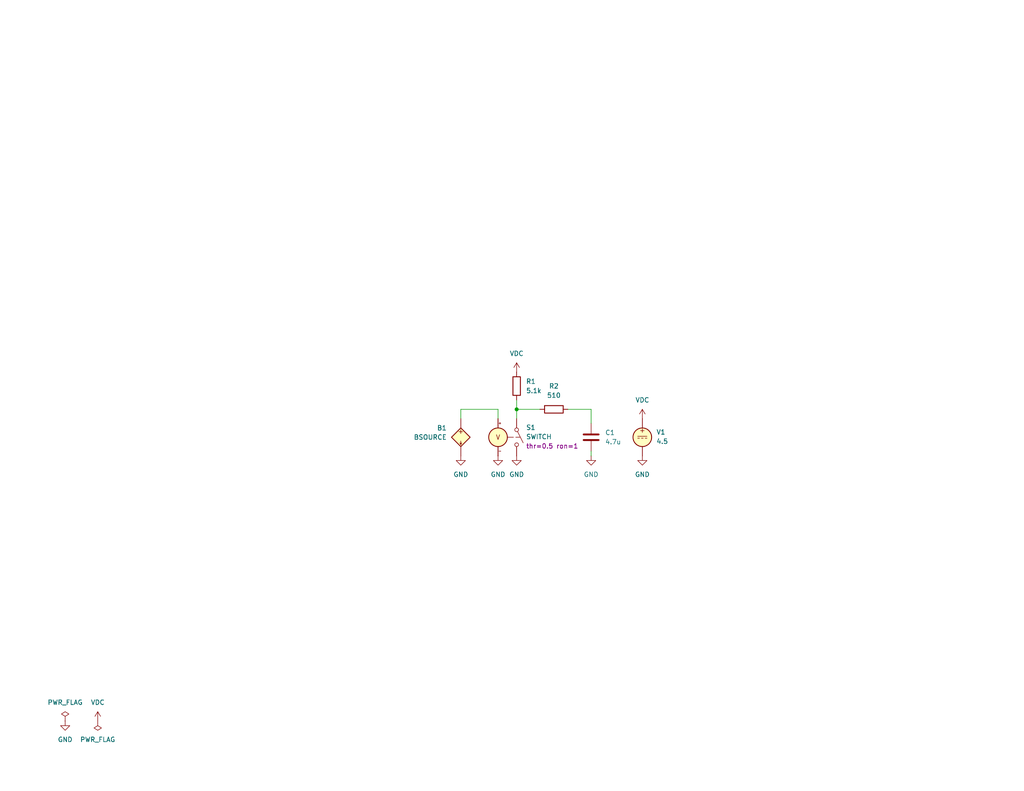
<source format=kicad_sch>
(kicad_sch
	(version 20250114)
	(generator "eeschema")
	(generator_version "9.0")
	(uuid "aacf627e-a839-4e24-94d5-218324414be7")
	(paper "USLetter")
	(title_block
		(title "SW Simulation")
		(date "2025-04-01")
		(rev "1")
	)
	(lib_symbols
		(symbol "Device:C"
			(pin_numbers
				(hide yes)
			)
			(pin_names
				(offset 0.254)
			)
			(exclude_from_sim no)
			(in_bom yes)
			(on_board yes)
			(property "Reference" "C"
				(at 0.635 2.54 0)
				(effects
					(font
						(size 1.27 1.27)
					)
					(justify left)
				)
			)
			(property "Value" "C"
				(at 0.635 -2.54 0)
				(effects
					(font
						(size 1.27 1.27)
					)
					(justify left)
				)
			)
			(property "Footprint" ""
				(at 0.9652 -3.81 0)
				(effects
					(font
						(size 1.27 1.27)
					)
					(hide yes)
				)
			)
			(property "Datasheet" "~"
				(at 0 0 0)
				(effects
					(font
						(size 1.27 1.27)
					)
					(hide yes)
				)
			)
			(property "Description" "Unpolarized capacitor"
				(at 0 0 0)
				(effects
					(font
						(size 1.27 1.27)
					)
					(hide yes)
				)
			)
			(property "ki_keywords" "cap capacitor"
				(at 0 0 0)
				(effects
					(font
						(size 1.27 1.27)
					)
					(hide yes)
				)
			)
			(property "ki_fp_filters" "C_*"
				(at 0 0 0)
				(effects
					(font
						(size 1.27 1.27)
					)
					(hide yes)
				)
			)
			(symbol "C_0_1"
				(polyline
					(pts
						(xy -2.032 0.762) (xy 2.032 0.762)
					)
					(stroke
						(width 0.508)
						(type default)
					)
					(fill
						(type none)
					)
				)
				(polyline
					(pts
						(xy -2.032 -0.762) (xy 2.032 -0.762)
					)
					(stroke
						(width 0.508)
						(type default)
					)
					(fill
						(type none)
					)
				)
			)
			(symbol "C_1_1"
				(pin passive line
					(at 0 3.81 270)
					(length 2.794)
					(name "~"
						(effects
							(font
								(size 1.27 1.27)
							)
						)
					)
					(number "1"
						(effects
							(font
								(size 1.27 1.27)
							)
						)
					)
				)
				(pin passive line
					(at 0 -3.81 90)
					(length 2.794)
					(name "~"
						(effects
							(font
								(size 1.27 1.27)
							)
						)
					)
					(number "2"
						(effects
							(font
								(size 1.27 1.27)
							)
						)
					)
				)
			)
			(embedded_fonts no)
		)
		(symbol "Device:R"
			(pin_numbers
				(hide yes)
			)
			(pin_names
				(offset 0)
			)
			(exclude_from_sim no)
			(in_bom yes)
			(on_board yes)
			(property "Reference" "R"
				(at 2.032 0 90)
				(effects
					(font
						(size 1.27 1.27)
					)
				)
			)
			(property "Value" "R"
				(at 0 0 90)
				(effects
					(font
						(size 1.27 1.27)
					)
				)
			)
			(property "Footprint" ""
				(at -1.778 0 90)
				(effects
					(font
						(size 1.27 1.27)
					)
					(hide yes)
				)
			)
			(property "Datasheet" "~"
				(at 0 0 0)
				(effects
					(font
						(size 1.27 1.27)
					)
					(hide yes)
				)
			)
			(property "Description" "Resistor"
				(at 0 0 0)
				(effects
					(font
						(size 1.27 1.27)
					)
					(hide yes)
				)
			)
			(property "ki_keywords" "R res resistor"
				(at 0 0 0)
				(effects
					(font
						(size 1.27 1.27)
					)
					(hide yes)
				)
			)
			(property "ki_fp_filters" "R_*"
				(at 0 0 0)
				(effects
					(font
						(size 1.27 1.27)
					)
					(hide yes)
				)
			)
			(symbol "R_0_1"
				(rectangle
					(start -1.016 -2.54)
					(end 1.016 2.54)
					(stroke
						(width 0.254)
						(type default)
					)
					(fill
						(type none)
					)
				)
			)
			(symbol "R_1_1"
				(pin passive line
					(at 0 3.81 270)
					(length 1.27)
					(name "~"
						(effects
							(font
								(size 1.27 1.27)
							)
						)
					)
					(number "1"
						(effects
							(font
								(size 1.27 1.27)
							)
						)
					)
				)
				(pin passive line
					(at 0 -3.81 90)
					(length 1.27)
					(name "~"
						(effects
							(font
								(size 1.27 1.27)
							)
						)
					)
					(number "2"
						(effects
							(font
								(size 1.27 1.27)
							)
						)
					)
				)
			)
			(embedded_fonts no)
		)
		(symbol "Simulation_SPICE:BSOURCE"
			(pin_numbers
				(hide yes)
			)
			(pin_names
				(offset 1.016)
				(hide yes)
			)
			(exclude_from_sim no)
			(in_bom yes)
			(on_board yes)
			(property "Reference" "B"
				(at 2.54 2.54 0)
				(effects
					(font
						(size 1.27 1.27)
					)
					(justify left)
				)
			)
			(property "Value" "BSOURCE"
				(at 2.54 0 0)
				(effects
					(font
						(size 1.27 1.27)
					)
					(justify left)
				)
			)
			(property "Footprint" ""
				(at 0 0 0)
				(effects
					(font
						(size 1.27 1.27)
					)
					(hide yes)
				)
			)
			(property "Datasheet" "https://ngspice.sourceforge.io/docs/ngspice-html-manual/manual.xhtml#sec_Non_linear_Dependent_Sources"
				(at 0 -16.51 0)
				(effects
					(font
						(size 1.27 1.27)
					)
					(hide yes)
				)
			)
			(property "Description" "Arbitrary behavioral voltage or current source for simulation only"
				(at 0 0 0)
				(effects
					(font
						(size 1.27 1.27)
					)
					(hide yes)
				)
			)
			(property "Sim.Device" "SPICE"
				(at 0 0 0)
				(effects
					(font
						(size 1.27 1.27)
					)
					(hide yes)
				)
			)
			(property "Sim.Params" "type=\"B\" model=\"v=1\""
				(at 2.54 -2.54 0)
				(effects
					(font
						(size 1.27 1.27)
					)
					(justify left)
				)
			)
			(property "ki_keywords" "simulation dependent"
				(at 0 0 0)
				(effects
					(font
						(size 1.27 1.27)
					)
					(hide yes)
				)
			)
			(symbol "BSOURCE_0_1"
				(polyline
					(pts
						(xy 0 2.54) (xy -2.54 0) (xy 0 -2.54) (xy 2.54 0) (xy 0 2.54)
					)
					(stroke
						(width 0.254)
						(type default)
					)
					(fill
						(type background)
					)
				)
				(polyline
					(pts
						(xy 0 -1.016) (xy 0 -2.032)
					)
					(stroke
						(width 0)
						(type default)
					)
					(fill
						(type none)
					)
				)
				(polyline
					(pts
						(xy 0.254 -1.524) (xy 0 -2.032) (xy -0.254 -1.524)
					)
					(stroke
						(width 0)
						(type default)
					)
					(fill
						(type none)
					)
				)
			)
			(symbol "BSOURCE_1_1"
				(polyline
					(pts
						(xy -0.508 1.524) (xy 0.508 1.524)
					)
					(stroke
						(width 0)
						(type default)
					)
					(fill
						(type none)
					)
				)
				(polyline
					(pts
						(xy 0 1.016) (xy 0 2.032)
					)
					(stroke
						(width 0)
						(type default)
					)
					(fill
						(type none)
					)
				)
				(pin passive line
					(at 0 5.08 270)
					(length 2.54)
					(name "N+"
						(effects
							(font
								(size 1.27 1.27)
							)
						)
					)
					(number "1"
						(effects
							(font
								(size 1.27 1.27)
							)
						)
					)
				)
				(pin passive line
					(at 0 -5.08 90)
					(length 2.54)
					(name "N-"
						(effects
							(font
								(size 1.27 1.27)
							)
						)
					)
					(number "2"
						(effects
							(font
								(size 1.27 1.27)
							)
						)
					)
				)
			)
			(embedded_fonts no)
		)
		(symbol "Simulation_SPICE:SWITCH"
			(pin_numbers
				(hide yes)
			)
			(pin_names
				(offset 1.016)
				(hide yes)
			)
			(exclude_from_sim no)
			(in_bom yes)
			(on_board yes)
			(property "Reference" "S"
				(at 2.54 2.54 0)
				(effects
					(font
						(size 1.27 1.27)
					)
					(justify left)
				)
			)
			(property "Value" "SWITCH"
				(at 2.54 0 0)
				(effects
					(font
						(size 1.27 1.27)
					)
					(justify left)
				)
			)
			(property "Footprint" ""
				(at 0 0 0)
				(effects
					(font
						(size 1.27 1.27)
					)
					(hide yes)
				)
			)
			(property "Datasheet" "https://ngspice.sourceforge.io/docs/ngspice-html-manual/manual.xhtml#subsec_Switches"
				(at 0 16.51 0)
				(effects
					(font
						(size 1.27 1.27)
					)
					(hide yes)
				)
			)
			(property "Description" "Voltage controlled switch symbol for simulation only"
				(at 0 0 0)
				(effects
					(font
						(size 1.27 1.27)
					)
					(hide yes)
				)
			)
			(property "Sim.Device" "SW"
				(at 0 0 0)
				(effects
					(font
						(size 1.27 1.27)
					)
					(hide yes)
				)
			)
			(property "Sim.Type" "V"
				(at 0 0 0)
				(effects
					(font
						(size 1.27 1.27)
					)
					(hide yes)
				)
			)
			(property "Sim.Params" "thr=0 ron=1"
				(at 2.54 -2.54 0)
				(effects
					(font
						(size 1.27 1.27)
					)
					(justify left)
				)
			)
			(property "Sim.Pins" "1=no+ 2=no- 3=ctrl+ 4=ctrl-"
				(at 0 13.97 0)
				(effects
					(font
						(size 1.27 1.27)
					)
					(hide yes)
				)
			)
			(property "ki_keywords" "simulation"
				(at 0 0 0)
				(effects
					(font
						(size 1.27 1.27)
					)
					(hide yes)
				)
			)
			(symbol "SWITCH_0_1"
				(circle
					(center 0 2.032)
					(radius 0.508)
					(stroke
						(width 0)
						(type default)
					)
					(fill
						(type none)
					)
				)
				(circle
					(center 0 -2.032)
					(radius 0.508)
					(stroke
						(width 0)
						(type default)
					)
					(fill
						(type none)
					)
				)
				(polyline
					(pts
						(xy 0.254 1.524) (xy 1.778 -1.524)
					)
					(stroke
						(width 0)
						(type default)
					)
					(fill
						(type none)
					)
				)
			)
			(symbol "SWITCH_1_1"
				(circle
					(center -5.08 0)
					(radius 2.54)
					(stroke
						(width 0.254)
						(type default)
					)
					(fill
						(type background)
					)
				)
				(polyline
					(pts
						(xy -4.826 3.81) (xy -4.318 3.81)
					)
					(stroke
						(width 0)
						(type default)
					)
					(fill
						(type none)
					)
				)
				(polyline
					(pts
						(xy -4.826 -3.81) (xy -4.318 -3.81)
					)
					(stroke
						(width 0)
						(type default)
					)
					(fill
						(type none)
					)
				)
				(polyline
					(pts
						(xy -4.572 4.064) (xy -4.572 3.556)
					)
					(stroke
						(width 0)
						(type default)
					)
					(fill
						(type none)
					)
				)
				(polyline
					(pts
						(xy -2.54 0) (xy 0.889 0)
					)
					(stroke
						(width 0)
						(type dash)
					)
					(fill
						(type none)
					)
				)
				(text "V"
					(at -5.08 0 0)
					(effects
						(font
							(size 1.27 1.27)
						)
					)
				)
				(pin input line
					(at -5.08 5.08 270)
					(length 2.54)
					(name "C+"
						(effects
							(font
								(size 1.27 1.27)
							)
						)
					)
					(number "3"
						(effects
							(font
								(size 1.27 1.27)
							)
						)
					)
				)
				(pin input line
					(at -5.08 -5.08 90)
					(length 2.54)
					(name "C-"
						(effects
							(font
								(size 1.27 1.27)
							)
						)
					)
					(number "4"
						(effects
							(font
								(size 1.27 1.27)
							)
						)
					)
				)
				(pin passive line
					(at 0 5.08 270)
					(length 2.54)
					(name "N+"
						(effects
							(font
								(size 1.27 1.27)
							)
						)
					)
					(number "1"
						(effects
							(font
								(size 1.27 1.27)
							)
						)
					)
				)
				(pin passive line
					(at 0 -5.08 90)
					(length 2.54)
					(name "N-"
						(effects
							(font
								(size 1.27 1.27)
							)
						)
					)
					(number "2"
						(effects
							(font
								(size 1.27 1.27)
							)
						)
					)
				)
			)
			(embedded_fonts no)
		)
		(symbol "Simulation_SPICE:VDC"
			(pin_numbers
				(hide yes)
			)
			(pin_names
				(offset 0.0254)
			)
			(exclude_from_sim no)
			(in_bom yes)
			(on_board yes)
			(property "Reference" "V"
				(at 2.54 2.54 0)
				(effects
					(font
						(size 1.27 1.27)
					)
					(justify left)
				)
			)
			(property "Value" "1"
				(at 2.54 0 0)
				(effects
					(font
						(size 1.27 1.27)
					)
					(justify left)
				)
			)
			(property "Footprint" ""
				(at 0 0 0)
				(effects
					(font
						(size 1.27 1.27)
					)
					(hide yes)
				)
			)
			(property "Datasheet" "https://ngspice.sourceforge.io/docs/ngspice-html-manual/manual.xhtml#sec_Independent_Sources_for"
				(at 0 0 0)
				(effects
					(font
						(size 1.27 1.27)
					)
					(hide yes)
				)
			)
			(property "Description" "Voltage source, DC"
				(at 0 0 0)
				(effects
					(font
						(size 1.27 1.27)
					)
					(hide yes)
				)
			)
			(property "Sim.Pins" "1=+ 2=-"
				(at 0 0 0)
				(effects
					(font
						(size 1.27 1.27)
					)
					(hide yes)
				)
			)
			(property "Sim.Type" "DC"
				(at 0 0 0)
				(effects
					(font
						(size 1.27 1.27)
					)
					(hide yes)
				)
			)
			(property "Sim.Device" "V"
				(at 0 0 0)
				(effects
					(font
						(size 1.27 1.27)
					)
					(justify left)
					(hide yes)
				)
			)
			(property "ki_keywords" "simulation"
				(at 0 0 0)
				(effects
					(font
						(size 1.27 1.27)
					)
					(hide yes)
				)
			)
			(symbol "VDC_0_0"
				(polyline
					(pts
						(xy -1.27 0.254) (xy 1.27 0.254)
					)
					(stroke
						(width 0)
						(type default)
					)
					(fill
						(type none)
					)
				)
				(polyline
					(pts
						(xy -0.762 -0.254) (xy -1.27 -0.254)
					)
					(stroke
						(width 0)
						(type default)
					)
					(fill
						(type none)
					)
				)
				(polyline
					(pts
						(xy 0.254 -0.254) (xy -0.254 -0.254)
					)
					(stroke
						(width 0)
						(type default)
					)
					(fill
						(type none)
					)
				)
				(polyline
					(pts
						(xy 1.27 -0.254) (xy 0.762 -0.254)
					)
					(stroke
						(width 0)
						(type default)
					)
					(fill
						(type none)
					)
				)
				(text "+"
					(at 0 1.905 0)
					(effects
						(font
							(size 1.27 1.27)
						)
					)
				)
			)
			(symbol "VDC_0_1"
				(circle
					(center 0 0)
					(radius 2.54)
					(stroke
						(width 0.254)
						(type default)
					)
					(fill
						(type background)
					)
				)
			)
			(symbol "VDC_1_1"
				(pin passive line
					(at 0 5.08 270)
					(length 2.54)
					(name "~"
						(effects
							(font
								(size 1.27 1.27)
							)
						)
					)
					(number "1"
						(effects
							(font
								(size 1.27 1.27)
							)
						)
					)
				)
				(pin passive line
					(at 0 -5.08 90)
					(length 2.54)
					(name "~"
						(effects
							(font
								(size 1.27 1.27)
							)
						)
					)
					(number "2"
						(effects
							(font
								(size 1.27 1.27)
							)
						)
					)
				)
			)
			(embedded_fonts no)
		)
		(symbol "power:GND"
			(power)
			(pin_numbers
				(hide yes)
			)
			(pin_names
				(offset 0)
				(hide yes)
			)
			(exclude_from_sim no)
			(in_bom yes)
			(on_board yes)
			(property "Reference" "#PWR"
				(at 0 -6.35 0)
				(effects
					(font
						(size 1.27 1.27)
					)
					(hide yes)
				)
			)
			(property "Value" "GND"
				(at 0 -3.81 0)
				(effects
					(font
						(size 1.27 1.27)
					)
				)
			)
			(property "Footprint" ""
				(at 0 0 0)
				(effects
					(font
						(size 1.27 1.27)
					)
					(hide yes)
				)
			)
			(property "Datasheet" ""
				(at 0 0 0)
				(effects
					(font
						(size 1.27 1.27)
					)
					(hide yes)
				)
			)
			(property "Description" "Power symbol creates a global label with name \"GND\" , ground"
				(at 0 0 0)
				(effects
					(font
						(size 1.27 1.27)
					)
					(hide yes)
				)
			)
			(property "ki_keywords" "global power"
				(at 0 0 0)
				(effects
					(font
						(size 1.27 1.27)
					)
					(hide yes)
				)
			)
			(symbol "GND_0_1"
				(polyline
					(pts
						(xy 0 0) (xy 0 -1.27) (xy 1.27 -1.27) (xy 0 -2.54) (xy -1.27 -1.27) (xy 0 -1.27)
					)
					(stroke
						(width 0)
						(type default)
					)
					(fill
						(type none)
					)
				)
			)
			(symbol "GND_1_1"
				(pin power_in line
					(at 0 0 270)
					(length 0)
					(name "~"
						(effects
							(font
								(size 1.27 1.27)
							)
						)
					)
					(number "1"
						(effects
							(font
								(size 1.27 1.27)
							)
						)
					)
				)
			)
			(embedded_fonts no)
		)
		(symbol "power:PWR_FLAG"
			(power)
			(pin_numbers
				(hide yes)
			)
			(pin_names
				(offset 0)
				(hide yes)
			)
			(exclude_from_sim no)
			(in_bom yes)
			(on_board yes)
			(property "Reference" "#FLG"
				(at 0 1.905 0)
				(effects
					(font
						(size 1.27 1.27)
					)
					(hide yes)
				)
			)
			(property "Value" "PWR_FLAG"
				(at 0 3.81 0)
				(effects
					(font
						(size 1.27 1.27)
					)
				)
			)
			(property "Footprint" ""
				(at 0 0 0)
				(effects
					(font
						(size 1.27 1.27)
					)
					(hide yes)
				)
			)
			(property "Datasheet" "~"
				(at 0 0 0)
				(effects
					(font
						(size 1.27 1.27)
					)
					(hide yes)
				)
			)
			(property "Description" "Special symbol for telling ERC where power comes from"
				(at 0 0 0)
				(effects
					(font
						(size 1.27 1.27)
					)
					(hide yes)
				)
			)
			(property "ki_keywords" "flag power"
				(at 0 0 0)
				(effects
					(font
						(size 1.27 1.27)
					)
					(hide yes)
				)
			)
			(symbol "PWR_FLAG_0_0"
				(pin power_out line
					(at 0 0 90)
					(length 0)
					(name "~"
						(effects
							(font
								(size 1.27 1.27)
							)
						)
					)
					(number "1"
						(effects
							(font
								(size 1.27 1.27)
							)
						)
					)
				)
			)
			(symbol "PWR_FLAG_0_1"
				(polyline
					(pts
						(xy 0 0) (xy 0 1.27) (xy -1.016 1.905) (xy 0 2.54) (xy 1.016 1.905) (xy 0 1.27)
					)
					(stroke
						(width 0)
						(type default)
					)
					(fill
						(type none)
					)
				)
			)
			(embedded_fonts no)
		)
		(symbol "power:VDC"
			(power)
			(pin_numbers
				(hide yes)
			)
			(pin_names
				(offset 0)
				(hide yes)
			)
			(exclude_from_sim no)
			(in_bom yes)
			(on_board yes)
			(property "Reference" "#PWR"
				(at 0 -3.81 0)
				(effects
					(font
						(size 1.27 1.27)
					)
					(hide yes)
				)
			)
			(property "Value" "VDC"
				(at 0 3.556 0)
				(effects
					(font
						(size 1.27 1.27)
					)
				)
			)
			(property "Footprint" ""
				(at 0 0 0)
				(effects
					(font
						(size 1.27 1.27)
					)
					(hide yes)
				)
			)
			(property "Datasheet" ""
				(at 0 0 0)
				(effects
					(font
						(size 1.27 1.27)
					)
					(hide yes)
				)
			)
			(property "Description" "Power symbol creates a global label with name \"VDC\""
				(at 0 0 0)
				(effects
					(font
						(size 1.27 1.27)
					)
					(hide yes)
				)
			)
			(property "ki_keywords" "global power"
				(at 0 0 0)
				(effects
					(font
						(size 1.27 1.27)
					)
					(hide yes)
				)
			)
			(symbol "VDC_0_1"
				(polyline
					(pts
						(xy -0.762 1.27) (xy 0 2.54)
					)
					(stroke
						(width 0)
						(type default)
					)
					(fill
						(type none)
					)
				)
				(polyline
					(pts
						(xy 0 2.54) (xy 0.762 1.27)
					)
					(stroke
						(width 0)
						(type default)
					)
					(fill
						(type none)
					)
				)
				(polyline
					(pts
						(xy 0 0) (xy 0 2.54)
					)
					(stroke
						(width 0)
						(type default)
					)
					(fill
						(type none)
					)
				)
			)
			(symbol "VDC_1_1"
				(pin power_in line
					(at 0 0 90)
					(length 0)
					(name "~"
						(effects
							(font
								(size 1.27 1.27)
							)
						)
					)
					(number "1"
						(effects
							(font
								(size 1.27 1.27)
							)
						)
					)
				)
			)
			(embedded_fonts no)
		)
	)
	(junction
		(at 140.97 111.76)
		(diameter 0)
		(color 0 0 0 0)
		(uuid "95fe854d-b887-4216-9ea1-0b3e6b71a405")
	)
	(wire
		(pts
			(xy 140.97 109.22) (xy 140.97 111.76)
		)
		(stroke
			(width 0)
			(type default)
		)
		(uuid "1f3dd580-43d4-41e7-bf37-3ffc88113aeb")
	)
	(wire
		(pts
			(xy 125.73 114.3) (xy 125.73 111.76)
		)
		(stroke
			(width 0)
			(type default)
		)
		(uuid "22df1d1c-b6d8-4657-b8be-2b8bd5f3dd25")
	)
	(wire
		(pts
			(xy 161.29 111.76) (xy 161.29 115.57)
		)
		(stroke
			(width 0)
			(type default)
		)
		(uuid "33c4927f-2b8d-4ce1-b33e-75be67d64799")
	)
	(wire
		(pts
			(xy 140.97 111.76) (xy 140.97 114.3)
		)
		(stroke
			(width 0)
			(type default)
		)
		(uuid "6dc37367-a2f7-4523-b0d8-7640c7a884ed")
	)
	(wire
		(pts
			(xy 125.73 111.76) (xy 135.89 111.76)
		)
		(stroke
			(width 0)
			(type default)
		)
		(uuid "86b7ead6-1172-462a-9255-418d5b5222c0")
	)
	(wire
		(pts
			(xy 161.29 124.46) (xy 161.29 123.19)
		)
		(stroke
			(width 0)
			(type default)
		)
		(uuid "93169af9-8f31-4e91-8e14-8f3b23fd2e18")
	)
	(wire
		(pts
			(xy 135.89 111.76) (xy 135.89 114.3)
		)
		(stroke
			(width 0)
			(type default)
		)
		(uuid "ab8a04f8-ccdd-4808-8ba0-634eb621e663")
	)
	(wire
		(pts
			(xy 154.94 111.76) (xy 161.29 111.76)
		)
		(stroke
			(width 0)
			(type default)
		)
		(uuid "b46d1168-b399-4292-a743-e8cb9bbfedef")
	)
	(wire
		(pts
			(xy 140.97 111.76) (xy 147.32 111.76)
		)
		(stroke
			(width 0)
			(type default)
		)
		(uuid "c3aede4f-d8aa-4e53-b36d-b9b7a947cdc4")
	)
	(symbol
		(lib_id "power:GND")
		(at 125.73 124.46 0)
		(unit 1)
		(exclude_from_sim no)
		(in_bom yes)
		(on_board yes)
		(dnp no)
		(fields_autoplaced yes)
		(uuid "11b90c37-289c-4209-a20e-e159cbe1af32")
		(property "Reference" "#PWR07"
			(at 125.73 130.81 0)
			(effects
				(font
					(size 1.27 1.27)
				)
				(hide yes)
			)
		)
		(property "Value" "GND"
			(at 125.73 129.54 0)
			(effects
				(font
					(size 1.27 1.27)
				)
			)
		)
		(property "Footprint" ""
			(at 125.73 124.46 0)
			(effects
				(font
					(size 1.27 1.27)
				)
				(hide yes)
			)
		)
		(property "Datasheet" ""
			(at 125.73 124.46 0)
			(effects
				(font
					(size 1.27 1.27)
				)
				(hide yes)
			)
		)
		(property "Description" "Power symbol creates a global label with name \"GND\" , ground"
			(at 125.73 124.46 0)
			(effects
				(font
					(size 1.27 1.27)
				)
				(hide yes)
			)
		)
		(pin "1"
			(uuid "aa6b5393-6349-4d2b-8767-be65bd407349")
		)
		(instances
			(project "SW-Sim"
				(path "/aacf627e-a839-4e24-94d5-218324414be7"
					(reference "#PWR07")
					(unit 1)
				)
			)
		)
	)
	(symbol
		(lib_id "power:PWR_FLAG")
		(at 26.67 196.85 180)
		(unit 1)
		(exclude_from_sim no)
		(in_bom yes)
		(on_board yes)
		(dnp no)
		(fields_autoplaced yes)
		(uuid "34891816-48ab-4f76-8d5d-02d08c6d711c")
		(property "Reference" "#FLG02"
			(at 26.67 198.755 0)
			(effects
				(font
					(size 1.27 1.27)
				)
				(hide yes)
			)
		)
		(property "Value" "PWR_FLAG"
			(at 26.67 201.93 0)
			(effects
				(font
					(size 1.27 1.27)
				)
			)
		)
		(property "Footprint" ""
			(at 26.67 196.85 0)
			(effects
				(font
					(size 1.27 1.27)
				)
				(hide yes)
			)
		)
		(property "Datasheet" "~"
			(at 26.67 196.85 0)
			(effects
				(font
					(size 1.27 1.27)
				)
				(hide yes)
			)
		)
		(property "Description" "Special symbol for telling ERC where power comes from"
			(at 26.67 196.85 0)
			(effects
				(font
					(size 1.27 1.27)
				)
				(hide yes)
			)
		)
		(pin "1"
			(uuid "1db006a2-5ff8-4eac-b3d3-da8f38d5d871")
		)
		(instances
			(project "SW-Sim"
				(path "/aacf627e-a839-4e24-94d5-218324414be7"
					(reference "#FLG02")
					(unit 1)
				)
			)
		)
	)
	(symbol
		(lib_id "Simulation_SPICE:BSOURCE")
		(at 125.73 119.38 0)
		(mirror y)
		(unit 1)
		(exclude_from_sim no)
		(in_bom yes)
		(on_board yes)
		(dnp no)
		(uuid "4db9af49-2b84-4963-9451-460ef550fe4a")
		(property "Reference" "B1"
			(at 121.92 116.8399 0)
			(effects
				(font
					(size 1.27 1.27)
				)
				(justify left)
			)
		)
		(property "Value" "BSOURCE"
			(at 121.92 119.3799 0)
			(effects
				(font
					(size 1.27 1.27)
				)
				(justify left)
			)
		)
		(property "Footprint" ""
			(at 125.73 119.38 0)
			(effects
				(font
					(size 1.27 1.27)
				)
				(hide yes)
			)
		)
		(property "Datasheet" "https://ngspice.sourceforge.io/docs/ngspice-html-manual/manual.xhtml#sec_Non_linear_Dependent_Sources"
			(at 125.73 135.89 0)
			(effects
				(font
					(size 1.27 1.27)
				)
				(hide yes)
			)
		)
		(property "Description" "Arbitrary behavioral voltage or current source for simulation only"
			(at 125.73 119.38 0)
			(effects
				(font
					(size 1.27 1.27)
				)
				(hide yes)
			)
		)
		(property "Sim.Device" "SPICE"
			(at 125.73 119.38 0)
			(effects
				(font
					(size 1.27 1.27)
				)
				(hide yes)
			)
		)
		(property "Sim.Params" "type=B model=\"v= (time > 0.01) ? ((time < 0.06) ? 0.5*sin((time-0.01)/(0.06-0.01)*7*pi - pi/2) + 0.5 : ( ( time < 0.26) ? 1 : ((time < 0.31)? 0.5*sin((time-0.26)/(0.31-0.26)*15*pi + pi/2) + 0.5 : 0)) ) : 0\""
			(at 121.92 121.9199 0)
			(effects
				(font
					(size 1.27 1.27)
				)
				(justify left)
				(hide yes)
			)
		)
		(pin "1"
			(uuid "505731ed-7764-4e51-8254-49966020f7ca")
		)
		(pin "2"
			(uuid "a4620c17-43c2-4306-884f-6afbf9f0a134")
		)
		(instances
			(project ""
				(path "/aacf627e-a839-4e24-94d5-218324414be7"
					(reference "B1")
					(unit 1)
				)
			)
		)
	)
	(symbol
		(lib_id "power:VDC")
		(at 140.97 101.6 0)
		(unit 1)
		(exclude_from_sim no)
		(in_bom yes)
		(on_board yes)
		(dnp no)
		(fields_autoplaced yes)
		(uuid "4e159011-7d8b-4cac-b13c-b27a48d7182a")
		(property "Reference" "#PWR03"
			(at 140.97 105.41 0)
			(effects
				(font
					(size 1.27 1.27)
				)
				(hide yes)
			)
		)
		(property "Value" "VDC"
			(at 140.97 96.52 0)
			(effects
				(font
					(size 1.27 1.27)
				)
			)
		)
		(property "Footprint" ""
			(at 140.97 101.6 0)
			(effects
				(font
					(size 1.27 1.27)
				)
				(hide yes)
			)
		)
		(property "Datasheet" ""
			(at 140.97 101.6 0)
			(effects
				(font
					(size 1.27 1.27)
				)
				(hide yes)
			)
		)
		(property "Description" "Power symbol creates a global label with name \"VDC\""
			(at 140.97 101.6 0)
			(effects
				(font
					(size 1.27 1.27)
				)
				(hide yes)
			)
		)
		(pin "1"
			(uuid "330e4cfc-49e8-451f-8c01-fc1ce248c453")
		)
		(instances
			(project ""
				(path "/aacf627e-a839-4e24-94d5-218324414be7"
					(reference "#PWR03")
					(unit 1)
				)
			)
		)
	)
	(symbol
		(lib_id "power:VDC")
		(at 26.67 196.85 0)
		(unit 1)
		(exclude_from_sim no)
		(in_bom yes)
		(on_board yes)
		(dnp no)
		(fields_autoplaced yes)
		(uuid "59e1f4f1-571a-4120-a798-53e85c14fbac")
		(property "Reference" "#PWR02"
			(at 26.67 200.66 0)
			(effects
				(font
					(size 1.27 1.27)
				)
				(hide yes)
			)
		)
		(property "Value" "VDC"
			(at 26.67 191.77 0)
			(effects
				(font
					(size 1.27 1.27)
				)
			)
		)
		(property "Footprint" ""
			(at 26.67 196.85 0)
			(effects
				(font
					(size 1.27 1.27)
				)
				(hide yes)
			)
		)
		(property "Datasheet" ""
			(at 26.67 196.85 0)
			(effects
				(font
					(size 1.27 1.27)
				)
				(hide yes)
			)
		)
		(property "Description" "Power symbol creates a global label with name \"VDC\""
			(at 26.67 196.85 0)
			(effects
				(font
					(size 1.27 1.27)
				)
				(hide yes)
			)
		)
		(pin "1"
			(uuid "dd949f54-bcdb-409b-91b7-f7ae0229e9ac")
		)
		(instances
			(project ""
				(path "/aacf627e-a839-4e24-94d5-218324414be7"
					(reference "#PWR02")
					(unit 1)
				)
			)
		)
	)
	(symbol
		(lib_id "power:VDC")
		(at 175.26 114.3 0)
		(unit 1)
		(exclude_from_sim no)
		(in_bom yes)
		(on_board yes)
		(dnp no)
		(fields_autoplaced yes)
		(uuid "68f18a5e-a606-4268-a134-35692942a8bd")
		(property "Reference" "#PWR09"
			(at 175.26 118.11 0)
			(effects
				(font
					(size 1.27 1.27)
				)
				(hide yes)
			)
		)
		(property "Value" "VDC"
			(at 175.26 109.22 0)
			(effects
				(font
					(size 1.27 1.27)
				)
			)
		)
		(property "Footprint" ""
			(at 175.26 114.3 0)
			(effects
				(font
					(size 1.27 1.27)
				)
				(hide yes)
			)
		)
		(property "Datasheet" ""
			(at 175.26 114.3 0)
			(effects
				(font
					(size 1.27 1.27)
				)
				(hide yes)
			)
		)
		(property "Description" "Power symbol creates a global label with name \"VDC\""
			(at 175.26 114.3 0)
			(effects
				(font
					(size 1.27 1.27)
				)
				(hide yes)
			)
		)
		(pin "1"
			(uuid "ecc3bae1-1fa2-40fd-af3a-f832d4893766")
		)
		(instances
			(project "SW-Sim"
				(path "/aacf627e-a839-4e24-94d5-218324414be7"
					(reference "#PWR09")
					(unit 1)
				)
			)
		)
	)
	(symbol
		(lib_id "Device:R")
		(at 151.13 111.76 90)
		(unit 1)
		(exclude_from_sim no)
		(in_bom yes)
		(on_board yes)
		(dnp no)
		(uuid "7947debf-2342-42bd-984f-760b0f8a3d9a")
		(property "Reference" "R2"
			(at 151.13 105.41 90)
			(effects
				(font
					(size 1.27 1.27)
				)
			)
		)
		(property "Value" "510"
			(at 151.13 107.95 90)
			(effects
				(font
					(size 1.27 1.27)
				)
			)
		)
		(property "Footprint" "Resistor_SMD:R_0603_1608Metric"
			(at 151.13 113.538 90)
			(effects
				(font
					(size 1.27 1.27)
				)
				(hide yes)
			)
		)
		(property "Datasheet" "https://www.yageo.com/upload/media/product/products/datasheet/rchip/PYu-RC_Group_51_RoHS_L_12.pdf"
			(at 151.13 111.76 0)
			(effects
				(font
					(size 1.27 1.27)
				)
				(hide yes)
			)
		)
		(property "Description" "510 Ohms ±1% 0.1W, 1/10W Chip Resistor 0603"
			(at 151.13 111.76 0)
			(effects
				(font
					(size 1.27 1.27)
				)
				(hide yes)
			)
		)
		(pin "2"
			(uuid "c4e061e3-c6c0-4832-8c35-16e1e02315bf")
		)
		(pin "1"
			(uuid "43ac5698-233e-4804-8d5d-fc9b10eab9b7")
		)
		(instances
			(project "SW-Sim"
				(path "/aacf627e-a839-4e24-94d5-218324414be7"
					(reference "R2")
					(unit 1)
				)
			)
		)
	)
	(symbol
		(lib_id "Simulation_SPICE:VDC")
		(at 175.26 119.38 0)
		(unit 1)
		(exclude_from_sim no)
		(in_bom yes)
		(on_board yes)
		(dnp no)
		(fields_autoplaced yes)
		(uuid "848684d6-cf70-416a-84ae-cb9095e05ead")
		(property "Reference" "V1"
			(at 179.07 117.9801 0)
			(effects
				(font
					(size 1.27 1.27)
				)
				(justify left)
			)
		)
		(property "Value" "4.5"
			(at 179.07 120.5201 0)
			(effects
				(font
					(size 1.27 1.27)
				)
				(justify left)
			)
		)
		(property "Footprint" ""
			(at 175.26 119.38 0)
			(effects
				(font
					(size 1.27 1.27)
				)
				(hide yes)
			)
		)
		(property "Datasheet" "https://ngspice.sourceforge.io/docs/ngspice-html-manual/manual.xhtml#sec_Independent_Sources_for"
			(at 175.26 119.38 0)
			(effects
				(font
					(size 1.27 1.27)
				)
				(hide yes)
			)
		)
		(property "Description" "Voltage source, DC"
			(at 175.26 119.38 0)
			(effects
				(font
					(size 1.27 1.27)
				)
				(hide yes)
			)
		)
		(property "Sim.Pins" "1=+ 2=-"
			(at 175.26 119.38 0)
			(effects
				(font
					(size 1.27 1.27)
				)
				(hide yes)
			)
		)
		(property "Sim.Type" "DC"
			(at 175.26 119.38 0)
			(effects
				(font
					(size 1.27 1.27)
				)
				(hide yes)
			)
		)
		(property "Sim.Device" "V"
			(at 175.26 119.38 0)
			(effects
				(font
					(size 1.27 1.27)
				)
				(justify left)
				(hide yes)
			)
		)
		(pin "2"
			(uuid "87bf5094-67de-41c8-90ff-1723923d41ce")
		)
		(pin "1"
			(uuid "405f59a5-0b21-41d9-b032-0852e9b2c372")
		)
		(instances
			(project ""
				(path "/aacf627e-a839-4e24-94d5-218324414be7"
					(reference "V1")
					(unit 1)
				)
			)
		)
	)
	(symbol
		(lib_id "Device:R")
		(at 140.97 105.41 0)
		(unit 1)
		(exclude_from_sim no)
		(in_bom yes)
		(on_board yes)
		(dnp no)
		(fields_autoplaced yes)
		(uuid "98c86594-def7-4622-b88c-d35a4181c3f8")
		(property "Reference" "R1"
			(at 143.51 104.1399 0)
			(effects
				(font
					(size 1.27 1.27)
				)
				(justify left)
			)
		)
		(property "Value" "5.1k"
			(at 143.51 106.6799 0)
			(effects
				(font
					(size 1.27 1.27)
				)
				(justify left)
			)
		)
		(property "Footprint" "Resistor_SMD:R_0603_1608Metric"
			(at 139.192 105.41 90)
			(effects
				(font
					(size 1.27 1.27)
				)
				(hide yes)
			)
		)
		(property "Datasheet" "https://www.yageo.com/upload/media/product/products/datasheet/rchip/PYu-RC_Group_51_RoHS_L_12.pdf"
			(at 140.97 105.41 0)
			(effects
				(font
					(size 1.27 1.27)
				)
				(hide yes)
			)
		)
		(property "Description" "5.1 kOhms ±1% 0.1W, 1/10W Chip Resistor 0603"
			(at 140.97 105.41 0)
			(effects
				(font
					(size 1.27 1.27)
				)
				(hide yes)
			)
		)
		(pin "2"
			(uuid "f564df59-e00f-4804-9969-42a4b421d980")
		)
		(pin "1"
			(uuid "e390c385-900d-4412-bb9d-e8802eea2681")
		)
		(instances
			(project ""
				(path "/aacf627e-a839-4e24-94d5-218324414be7"
					(reference "R1")
					(unit 1)
				)
			)
		)
	)
	(symbol
		(lib_id "power:GND")
		(at 161.29 124.46 0)
		(unit 1)
		(exclude_from_sim no)
		(in_bom yes)
		(on_board yes)
		(dnp no)
		(fields_autoplaced yes)
		(uuid "b125c5b9-be00-4626-9621-7604f2c119d0")
		(property "Reference" "#PWR04"
			(at 161.29 130.81 0)
			(effects
				(font
					(size 1.27 1.27)
				)
				(hide yes)
			)
		)
		(property "Value" "GND"
			(at 161.29 129.54 0)
			(effects
				(font
					(size 1.27 1.27)
				)
			)
		)
		(property "Footprint" ""
			(at 161.29 124.46 0)
			(effects
				(font
					(size 1.27 1.27)
				)
				(hide yes)
			)
		)
		(property "Datasheet" ""
			(at 161.29 124.46 0)
			(effects
				(font
					(size 1.27 1.27)
				)
				(hide yes)
			)
		)
		(property "Description" "Power symbol creates a global label with name \"GND\" , ground"
			(at 161.29 124.46 0)
			(effects
				(font
					(size 1.27 1.27)
				)
				(hide yes)
			)
		)
		(pin "1"
			(uuid "d923f008-f17b-40b4-8e70-5432094f09e8")
		)
		(instances
			(project "SW-Sim"
				(path "/aacf627e-a839-4e24-94d5-218324414be7"
					(reference "#PWR04")
					(unit 1)
				)
			)
		)
	)
	(symbol
		(lib_id "power:GND")
		(at 135.89 124.46 0)
		(unit 1)
		(exclude_from_sim no)
		(in_bom yes)
		(on_board yes)
		(dnp no)
		(fields_autoplaced yes)
		(uuid "b841de8d-1abe-4bdb-8256-7f909b9d9a4e")
		(property "Reference" "#PWR06"
			(at 135.89 130.81 0)
			(effects
				(font
					(size 1.27 1.27)
				)
				(hide yes)
			)
		)
		(property "Value" "GND"
			(at 135.89 129.54 0)
			(effects
				(font
					(size 1.27 1.27)
				)
			)
		)
		(property "Footprint" ""
			(at 135.89 124.46 0)
			(effects
				(font
					(size 1.27 1.27)
				)
				(hide yes)
			)
		)
		(property "Datasheet" ""
			(at 135.89 124.46 0)
			(effects
				(font
					(size 1.27 1.27)
				)
				(hide yes)
			)
		)
		(property "Description" "Power symbol creates a global label with name \"GND\" , ground"
			(at 135.89 124.46 0)
			(effects
				(font
					(size 1.27 1.27)
				)
				(hide yes)
			)
		)
		(pin "1"
			(uuid "ee448b67-fb7d-477b-90fd-8a0acb1da48b")
		)
		(instances
			(project "SW-Sim"
				(path "/aacf627e-a839-4e24-94d5-218324414be7"
					(reference "#PWR06")
					(unit 1)
				)
			)
		)
	)
	(symbol
		(lib_id "power:GND")
		(at 140.97 124.46 0)
		(unit 1)
		(exclude_from_sim no)
		(in_bom yes)
		(on_board yes)
		(dnp no)
		(fields_autoplaced yes)
		(uuid "b9e6469c-153d-4dfe-a6a2-3b68810dbb2d")
		(property "Reference" "#PWR05"
			(at 140.97 130.81 0)
			(effects
				(font
					(size 1.27 1.27)
				)
				(hide yes)
			)
		)
		(property "Value" "GND"
			(at 140.97 129.54 0)
			(effects
				(font
					(size 1.27 1.27)
				)
			)
		)
		(property "Footprint" ""
			(at 140.97 124.46 0)
			(effects
				(font
					(size 1.27 1.27)
				)
				(hide yes)
			)
		)
		(property "Datasheet" ""
			(at 140.97 124.46 0)
			(effects
				(font
					(size 1.27 1.27)
				)
				(hide yes)
			)
		)
		(property "Description" "Power symbol creates a global label with name \"GND\" , ground"
			(at 140.97 124.46 0)
			(effects
				(font
					(size 1.27 1.27)
				)
				(hide yes)
			)
		)
		(pin "1"
			(uuid "35a575a1-156e-4701-8c98-2023bd06cd5c")
		)
		(instances
			(project "SW-Sim"
				(path "/aacf627e-a839-4e24-94d5-218324414be7"
					(reference "#PWR05")
					(unit 1)
				)
			)
		)
	)
	(symbol
		(lib_id "power:GND")
		(at 175.26 124.46 0)
		(unit 1)
		(exclude_from_sim no)
		(in_bom yes)
		(on_board yes)
		(dnp no)
		(fields_autoplaced yes)
		(uuid "bd47bf92-aee8-42e7-a645-c94e08611aa0")
		(property "Reference" "#PWR08"
			(at 175.26 130.81 0)
			(effects
				(font
					(size 1.27 1.27)
				)
				(hide yes)
			)
		)
		(property "Value" "GND"
			(at 175.26 129.54 0)
			(effects
				(font
					(size 1.27 1.27)
				)
			)
		)
		(property "Footprint" ""
			(at 175.26 124.46 0)
			(effects
				(font
					(size 1.27 1.27)
				)
				(hide yes)
			)
		)
		(property "Datasheet" ""
			(at 175.26 124.46 0)
			(effects
				(font
					(size 1.27 1.27)
				)
				(hide yes)
			)
		)
		(property "Description" "Power symbol creates a global label with name \"GND\" , ground"
			(at 175.26 124.46 0)
			(effects
				(font
					(size 1.27 1.27)
				)
				(hide yes)
			)
		)
		(pin "1"
			(uuid "649d2a01-a189-4112-b35b-5b85fa4bb5e1")
		)
		(instances
			(project "SW-Sim"
				(path "/aacf627e-a839-4e24-94d5-218324414be7"
					(reference "#PWR08")
					(unit 1)
				)
			)
		)
	)
	(symbol
		(lib_id "power:GND")
		(at 17.78 196.85 0)
		(unit 1)
		(exclude_from_sim no)
		(in_bom yes)
		(on_board yes)
		(dnp no)
		(fields_autoplaced yes)
		(uuid "c4a6afbb-b36e-44e6-9663-0bfa06ab21f6")
		(property "Reference" "#PWR01"
			(at 17.78 203.2 0)
			(effects
				(font
					(size 1.27 1.27)
				)
				(hide yes)
			)
		)
		(property "Value" "GND"
			(at 17.78 201.93 0)
			(effects
				(font
					(size 1.27 1.27)
				)
			)
		)
		(property "Footprint" ""
			(at 17.78 196.85 0)
			(effects
				(font
					(size 1.27 1.27)
				)
				(hide yes)
			)
		)
		(property "Datasheet" ""
			(at 17.78 196.85 0)
			(effects
				(font
					(size 1.27 1.27)
				)
				(hide yes)
			)
		)
		(property "Description" "Power symbol creates a global label with name \"GND\" , ground"
			(at 17.78 196.85 0)
			(effects
				(font
					(size 1.27 1.27)
				)
				(hide yes)
			)
		)
		(pin "1"
			(uuid "edffbf7b-216a-4c30-b812-bfb3b4bb0f25")
		)
		(instances
			(project ""
				(path "/aacf627e-a839-4e24-94d5-218324414be7"
					(reference "#PWR01")
					(unit 1)
				)
			)
		)
	)
	(symbol
		(lib_id "power:PWR_FLAG")
		(at 17.78 196.85 0)
		(unit 1)
		(exclude_from_sim no)
		(in_bom yes)
		(on_board yes)
		(dnp no)
		(fields_autoplaced yes)
		(uuid "d072b28b-5943-4cbf-9745-ce0839f5825a")
		(property "Reference" "#FLG01"
			(at 17.78 194.945 0)
			(effects
				(font
					(size 1.27 1.27)
				)
				(hide yes)
			)
		)
		(property "Value" "PWR_FLAG"
			(at 17.78 191.77 0)
			(effects
				(font
					(size 1.27 1.27)
				)
			)
		)
		(property "Footprint" ""
			(at 17.78 196.85 0)
			(effects
				(font
					(size 1.27 1.27)
				)
				(hide yes)
			)
		)
		(property "Datasheet" "~"
			(at 17.78 196.85 0)
			(effects
				(font
					(size 1.27 1.27)
				)
				(hide yes)
			)
		)
		(property "Description" "Special symbol for telling ERC where power comes from"
			(at 17.78 196.85 0)
			(effects
				(font
					(size 1.27 1.27)
				)
				(hide yes)
			)
		)
		(pin "1"
			(uuid "5ced8e1e-e4e0-46d8-8853-1714c340533d")
		)
		(instances
			(project ""
				(path "/aacf627e-a839-4e24-94d5-218324414be7"
					(reference "#FLG01")
					(unit 1)
				)
			)
		)
	)
	(symbol
		(lib_id "Simulation_SPICE:SWITCH")
		(at 140.97 119.38 0)
		(unit 1)
		(exclude_from_sim no)
		(in_bom yes)
		(on_board yes)
		(dnp no)
		(fields_autoplaced yes)
		(uuid "db554c70-2b07-435a-8f21-41de0e0e6024")
		(property "Reference" "S1"
			(at 143.51 116.7129 0)
			(effects
				(font
					(size 1.27 1.27)
				)
				(justify left)
			)
		)
		(property "Value" "SWITCH"
			(at 143.51 119.2529 0)
			(effects
				(font
					(size 1.27 1.27)
				)
				(justify left)
			)
		)
		(property "Footprint" ""
			(at 140.97 119.38 0)
			(effects
				(font
					(size 1.27 1.27)
				)
				(hide yes)
			)
		)
		(property "Datasheet" "https://ngspice.sourceforge.io/docs/ngspice-html-manual/manual.xhtml#subsec_Switches"
			(at 140.97 102.87 0)
			(effects
				(font
					(size 1.27 1.27)
				)
				(hide yes)
			)
		)
		(property "Description" "Voltage controlled switch symbol for simulation only"
			(at 140.97 119.38 0)
			(effects
				(font
					(size 1.27 1.27)
				)
				(hide yes)
			)
		)
		(property "Sim.Device" "SW"
			(at 140.97 119.38 0)
			(effects
				(font
					(size 1.27 1.27)
				)
				(hide yes)
			)
		)
		(property "Sim.Type" "V"
			(at 140.97 119.38 0)
			(effects
				(font
					(size 1.27 1.27)
				)
				(hide yes)
			)
		)
		(property "Sim.Params" "thr=0.5 ron=1"
			(at 143.51 121.7929 0)
			(effects
				(font
					(size 1.27 1.27)
				)
				(justify left)
			)
		)
		(property "Sim.Pins" "1=no+ 2=no- 3=ctrl+ 4=ctrl-"
			(at 140.97 105.41 0)
			(effects
				(font
					(size 1.27 1.27)
				)
				(hide yes)
			)
		)
		(pin "3"
			(uuid "d7091325-f234-42d6-9532-681869ee80d6")
		)
		(pin "4"
			(uuid "d3400e9f-34ef-4614-908c-506a38da0712")
		)
		(pin "1"
			(uuid "354391f4-6289-449b-901b-380a717dddc8")
		)
		(pin "2"
			(uuid "c54b1dc8-240e-49ff-8da0-a888fae7fd1b")
		)
		(instances
			(project ""
				(path "/aacf627e-a839-4e24-94d5-218324414be7"
					(reference "S1")
					(unit 1)
				)
			)
		)
	)
	(symbol
		(lib_id "Device:C")
		(at 161.29 119.38 0)
		(unit 1)
		(exclude_from_sim no)
		(in_bom yes)
		(on_board yes)
		(dnp no)
		(fields_autoplaced yes)
		(uuid "e6a72e86-e30f-450b-a3d7-87ef8a3345ca")
		(property "Reference" "C1"
			(at 165.1 118.1099 0)
			(effects
				(font
					(size 1.27 1.27)
				)
				(justify left)
			)
		)
		(property "Value" "4.7u"
			(at 165.1 120.6499 0)
			(effects
				(font
					(size 1.27 1.27)
				)
				(justify left)
			)
		)
		(property "Footprint" "Capacitor_SMD:C_0603_1608Metric"
			(at 162.2552 123.19 0)
			(effects
				(font
					(size 1.27 1.27)
				)
				(hide yes)
			)
		)
		(property "Datasheet" "https://product.tdk.com/system/files/dam/doc/product/capacitor/ceramic/mlcc/catalog/mlcc_commercial_general_en.pdf"
			(at 161.29 119.38 0)
			(effects
				(font
					(size 1.27 1.27)
				)
				(hide yes)
			)
		)
		(property "Description" "4.7 µF ±10% 25V Ceramic Capacitor X5R 0603"
			(at 161.29 119.38 0)
			(effects
				(font
					(size 1.27 1.27)
				)
				(hide yes)
			)
		)
		(pin "1"
			(uuid "404d825a-485a-4d8a-a5c9-cc9579bbfd5b")
		)
		(pin "2"
			(uuid "3fb19cb1-7df2-4a93-9b55-276bb4c8f9a9")
		)
		(instances
			(project ""
				(path "/aacf627e-a839-4e24-94d5-218324414be7"
					(reference "C1")
					(unit 1)
				)
			)
		)
	)
	(sheet_instances
		(path "/"
			(page "1")
		)
	)
	(embedded_fonts no)
	(embedded_files
		(file
			(name "Simple Sheet.kicad_wks")
			(type worksheet)
			(data |KLUv/WC4BaUQAIYZUCEAtXNqxYqxts+uRjYlx9oACzQpZkWEvYeYDir//y5VMAFEAEAARwByvtLN
				3cBMa/irsGnJc9qjIq70ixVmzXOJhj3ijv+AmsP4AwLVtU09znyfX9vb5cqb+CpxyevV0vByKD70
				iDLe1lFPDJfrtV1/l5eUp7Mfd/6a9pnT9yrI3o16VwZB28VX1697leMrzErMyznfd+swvqKoM7jV
				+O74grbbch/bnA29sQqHIxKnzMJoZLJLpaKZBl9wb417L+lyV+5O0tAOQR3s+mSQLuyS4zg5q0J8
				V6uZx66H9kNN6j3i5hqTBey6xEij21XaG3/4BoBAdbikQlGwDBBGJHtoDuro6Lc1PcKSM3tYNMvX
				1HJNj76ZOZVpGQSEk8DT3ht4reaXP9tEISclmzAmJVrxPssZrohEq2iYjBJiisIKWaARtXNqaCYo
				SAqS1gxgRIRGqQ4Q4AMibRdJTanNodpbaIC9xhamdoRaKkUw+x4DSta4qKIFtLU4bMUtnK5c5IzR
				HxDEKhCDcwc5ILZVEfITW2yY31UrxTphpduqdM/KkvVdD8An23xb84PRC5yFcbxCD6I4GTxIMTSW
				2UFz3Mt4n4/AZc6JGkaHBFqOvs/e2C2LsGUFmeM98Q9AHCqDFqsdYREJbgftSsELZBdZc2HACAHI
				IDdDZgOULjeFowqNEnMM+iJ+ed/WQnvCubWrogI=|
			)
			(checksum "9B4265E182DB3D4F6F8CDBC1FE03B1AD")
		)
	)
)

</source>
